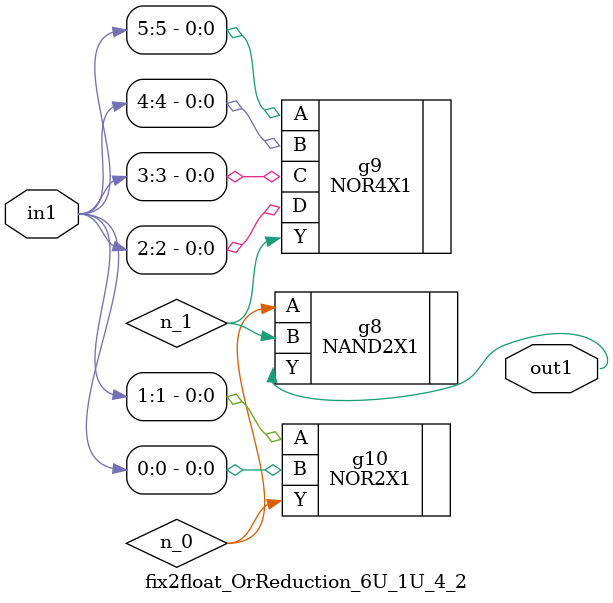
<source format=v>
`timescale 1ps / 1ps


module fix2float_OrReduction_6U_1U_4_2(in1, out1);
  input [5:0] in1;
  output out1;
  wire [5:0] in1;
  wire out1;
  wire n_0, n_1;
  NAND2X1 g8(.A (n_0), .B (n_1), .Y (out1));
  NOR4X1 g9(.A (in1[5]), .B (in1[4]), .C (in1[3]), .D (in1[2]), .Y
       (n_1));
  NOR2X1 g10(.A (in1[1]), .B (in1[0]), .Y (n_0));
endmodule



</source>
